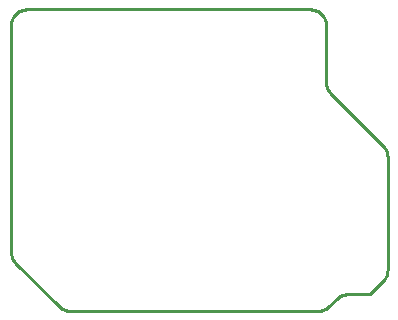
<source format=gbr>
G04 EAGLE Gerber X2 export*
%TF.Part,Single*%
%TF.FileFunction,Profile,NP*%
%TF.FilePolarity,Positive*%
%TF.GenerationSoftware,Autodesk,EAGLE,9.1.1*%
%TF.CreationDate,2018-08-02T16:49:24Z*%
G75*
%MOMM*%
%FSLAX34Y34*%
%LPD*%
%AMOC8*
5,1,8,0,0,1.08239X$1,22.5*%
G01*
%ADD10C,0.254000*%


D10*
X1046480Y435791D02*
X1046528Y434684D01*
X1046673Y433585D01*
X1046913Y432504D01*
X1047246Y431447D01*
X1047670Y430423D01*
X1048181Y429441D01*
X1048777Y428506D01*
X1049451Y427627D01*
X1050200Y426810D01*
X1087210Y389800D01*
X1088027Y389051D01*
X1088906Y388377D01*
X1089841Y387781D01*
X1090823Y387270D01*
X1091847Y386846D01*
X1092904Y386513D01*
X1093985Y386273D01*
X1095084Y386128D01*
X1096191Y386080D01*
X1306650Y386080D01*
X1307756Y386128D01*
X1308855Y386273D01*
X1309937Y386513D01*
X1310993Y386846D01*
X1312017Y387270D01*
X1312999Y387782D01*
X1313934Y388377D01*
X1314813Y389051D01*
X1315630Y389800D01*
X1322160Y396330D01*
X1322977Y397079D01*
X1323856Y397753D01*
X1324791Y398349D01*
X1325773Y398860D01*
X1326797Y399284D01*
X1327854Y399617D01*
X1328935Y399857D01*
X1330034Y400002D01*
X1331141Y400050D01*
X1348740Y400050D01*
X1349007Y400062D01*
X1349272Y400097D01*
X1349534Y400154D01*
X1349789Y400235D01*
X1350036Y400337D01*
X1350273Y400461D01*
X1350499Y400605D01*
X1350711Y400767D01*
X1350908Y400948D01*
X1361530Y411570D01*
X1362279Y412387D01*
X1362953Y413266D01*
X1363549Y414201D01*
X1364060Y415183D01*
X1364484Y416207D01*
X1364817Y417264D01*
X1365057Y418345D01*
X1365202Y419444D01*
X1365250Y420551D01*
X1365250Y516710D01*
X1365202Y517816D01*
X1365057Y518915D01*
X1364817Y519997D01*
X1364484Y521053D01*
X1364060Y522077D01*
X1363549Y523060D01*
X1362953Y523994D01*
X1362279Y524873D01*
X1361530Y525690D01*
X1316900Y570320D01*
X1316151Y571137D01*
X1315477Y572016D01*
X1314881Y572951D01*
X1314370Y573933D01*
X1313946Y574957D01*
X1313613Y576014D01*
X1313373Y577095D01*
X1313228Y578194D01*
X1313180Y579301D01*
X1313180Y627380D01*
X1313185Y628545D01*
X1313088Y629705D01*
X1312890Y630853D01*
X1312593Y631979D01*
X1312199Y633075D01*
X1311711Y634133D01*
X1311133Y635143D01*
X1310468Y636100D01*
X1309723Y636995D01*
X1308903Y637822D01*
X1308014Y638574D01*
X1307062Y639246D01*
X1306056Y639832D01*
X1305003Y640329D01*
X1303910Y640731D01*
X1302786Y641037D01*
X1301640Y641244D01*
X1300480Y641350D01*
X1059180Y641350D01*
X1058020Y641244D01*
X1056874Y641037D01*
X1055750Y640731D01*
X1054657Y640329D01*
X1053604Y639832D01*
X1052598Y639246D01*
X1051646Y638574D01*
X1050757Y637822D01*
X1049937Y636995D01*
X1049192Y636100D01*
X1048527Y635143D01*
X1047949Y634133D01*
X1047461Y633075D01*
X1047067Y631979D01*
X1046770Y630853D01*
X1046572Y629705D01*
X1046475Y628545D01*
X1046480Y627380D01*
X1046480Y435791D01*
M02*

</source>
